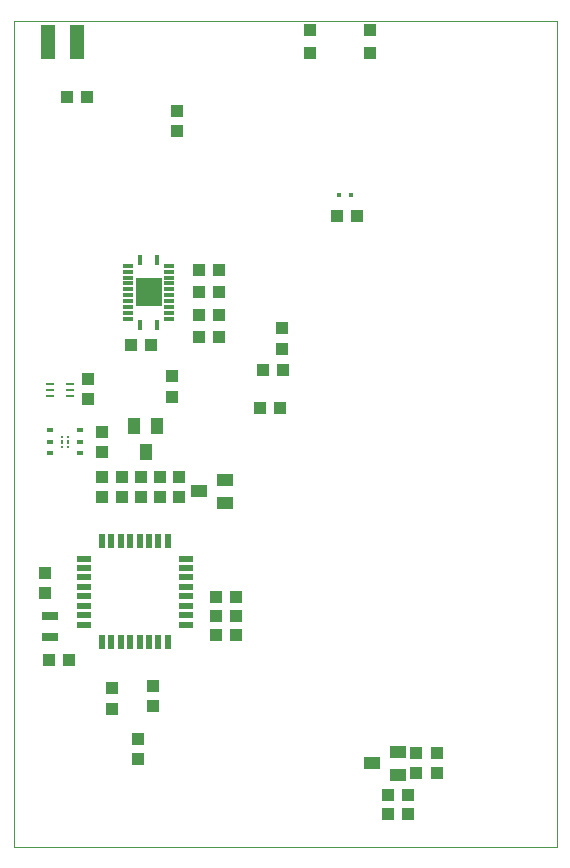
<source format=gtp>
G75*
%MOIN*%
%OFA0B0*%
%FSLAX25Y25*%
%IPPOS*%
%LPD*%
%AMOC8*
5,1,8,0,0,1.08239X$1,22.5*
%
%ADD10C,0.00000*%
%ADD11R,0.03937X0.04331*%
%ADD12R,0.04331X0.03937*%
%ADD13R,0.03937X0.05512*%
%ADD14R,0.05512X0.03937*%
%ADD15R,0.01378X0.01378*%
%ADD16R,0.02756X0.01121*%
%ADD17R,0.02362X0.01575*%
%ADD18R,0.00984X0.00984*%
%ADD19R,0.00984X0.01181*%
%ADD20R,0.05000X0.02200*%
%ADD21R,0.02200X0.05000*%
%ADD22R,0.05512X0.02756*%
%ADD23R,0.03937X0.03937*%
%ADD24R,0.03169X0.01200*%
%ADD25R,0.01200X0.03169*%
%ADD26R,0.08898X0.09606*%
%ADD27R,0.04724X0.11811*%
D10*
X0002194Y0001500D02*
X0002194Y0277091D01*
X0183296Y0277091D01*
X0183296Y0001500D01*
X0002194Y0001500D01*
D11*
X0043794Y0030954D03*
X0043794Y0037646D03*
X0069769Y0072174D03*
X0076462Y0072174D03*
X0057394Y0118154D03*
X0057394Y0124846D03*
X0031794Y0124846D03*
X0031794Y0118154D03*
X0031794Y0133354D03*
X0031794Y0140046D03*
X0026994Y0150954D03*
X0026994Y0157646D03*
X0041347Y0169000D03*
X0048040Y0169000D03*
X0063847Y0171500D03*
X0070540Y0171500D03*
X0085247Y0160700D03*
X0091940Y0160700D03*
X0026540Y0251450D03*
X0019847Y0251450D03*
X0012554Y0092884D03*
X0012554Y0086191D03*
X0126847Y0019100D03*
X0126847Y0012700D03*
X0133540Y0012700D03*
X0133540Y0019100D03*
D12*
X0136244Y0026154D03*
X0136244Y0032846D03*
X0143444Y0032846D03*
X0143444Y0026154D03*
X0076462Y0078574D03*
X0076462Y0084974D03*
X0069769Y0084974D03*
X0069769Y0078574D03*
X0048594Y0055246D03*
X0048594Y0048554D03*
X0034994Y0047754D03*
X0034994Y0054446D03*
X0020740Y0063900D03*
X0014047Y0063900D03*
X0038194Y0118154D03*
X0038194Y0124846D03*
X0044594Y0124846D03*
X0044594Y0118154D03*
X0050994Y0118154D03*
X0050994Y0124846D03*
X0054994Y0151754D03*
X0054994Y0158446D03*
X0063847Y0179000D03*
X0063847Y0186500D03*
X0063847Y0194000D03*
X0070540Y0194000D03*
X0070540Y0186500D03*
X0070540Y0179000D03*
X0091794Y0174446D03*
X0091794Y0167754D03*
X0091140Y0147900D03*
X0084447Y0147900D03*
X0110047Y0211900D03*
X0116740Y0211900D03*
X0056594Y0240154D03*
X0056594Y0246846D03*
D13*
X0049934Y0141831D03*
X0046194Y0133169D03*
X0042454Y0141831D03*
D14*
X0063985Y0120174D03*
X0072647Y0116434D03*
X0072647Y0123914D03*
X0130175Y0033240D03*
X0130175Y0025760D03*
X0121513Y0029500D03*
D15*
X0114562Y0219100D03*
X0110625Y0219100D03*
D16*
X0020899Y0155900D03*
X0020899Y0153931D03*
X0020899Y0151963D03*
X0014403Y0151963D03*
X0014403Y0153931D03*
X0014403Y0155900D03*
D17*
X0014181Y0140700D03*
X0014181Y0136763D03*
X0014181Y0132826D03*
X0024417Y0132826D03*
X0024417Y0136763D03*
X0024417Y0140700D03*
D18*
X0020185Y0138436D03*
X0018413Y0138436D03*
X0018413Y0135090D03*
X0020185Y0135090D03*
D19*
X0020185Y0136763D03*
X0018413Y0136763D03*
D20*
X0025702Y0097756D03*
X0025702Y0094606D03*
X0025702Y0091457D03*
X0025702Y0088307D03*
X0025702Y0085157D03*
X0025702Y0082008D03*
X0025702Y0078858D03*
X0025702Y0075709D03*
X0059502Y0075709D03*
X0059502Y0078858D03*
X0059502Y0082008D03*
X0059502Y0085157D03*
X0059502Y0088307D03*
X0059502Y0091457D03*
X0059502Y0094606D03*
X0059502Y0097756D03*
D21*
X0053625Y0103632D03*
X0050476Y0103632D03*
X0047326Y0103632D03*
X0044177Y0103632D03*
X0041027Y0103632D03*
X0037877Y0103632D03*
X0034728Y0103632D03*
X0031578Y0103632D03*
X0031578Y0069832D03*
X0034728Y0069832D03*
X0037877Y0069832D03*
X0041027Y0069832D03*
X0044177Y0069832D03*
X0047326Y0069832D03*
X0050476Y0069832D03*
X0053625Y0069832D03*
D22*
X0014194Y0071754D03*
X0014194Y0078446D03*
D23*
X0101151Y0266216D03*
X0101151Y0274091D03*
X0120836Y0274091D03*
X0120836Y0266216D03*
D24*
X0053995Y0195358D03*
X0053995Y0193390D03*
X0053995Y0191421D03*
X0053995Y0189453D03*
X0053995Y0187484D03*
X0053995Y0185516D03*
X0053995Y0183547D03*
X0053995Y0181579D03*
X0053995Y0179610D03*
X0053995Y0177642D03*
X0040393Y0177642D03*
X0040393Y0179610D03*
X0040393Y0181579D03*
X0040393Y0183547D03*
X0040393Y0185516D03*
X0040393Y0187484D03*
X0040393Y0189453D03*
X0040393Y0191421D03*
X0040393Y0193390D03*
X0040393Y0195358D03*
D25*
X0044241Y0197238D03*
X0050147Y0197238D03*
X0050147Y0175762D03*
X0044241Y0175762D03*
D26*
X0047194Y0186500D03*
D27*
X0023443Y0269988D03*
X0013601Y0269988D03*
M02*

</source>
